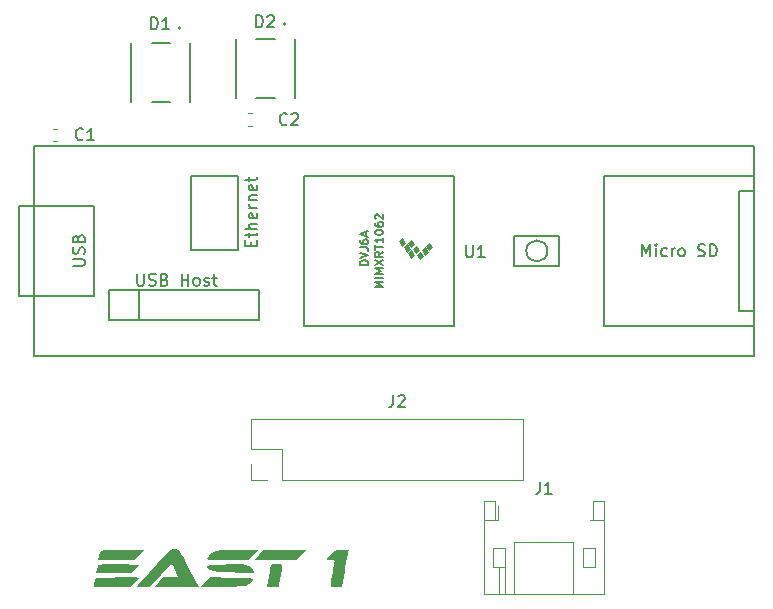
<source format=gbr>
%TF.GenerationSoftware,KiCad,Pcbnew,(6.0.7)*%
%TF.CreationDate,2023-03-09T00:32:03-05:00*%
%TF.ProjectId,board_4,626f6172-645f-4342-9e6b-696361645f70,rev?*%
%TF.SameCoordinates,Original*%
%TF.FileFunction,Legend,Top*%
%TF.FilePolarity,Positive*%
%FSLAX46Y46*%
G04 Gerber Fmt 4.6, Leading zero omitted, Abs format (unit mm)*
G04 Created by KiCad (PCBNEW (6.0.7)) date 2023-03-09 00:32:03*
%MOMM*%
%LPD*%
G01*
G04 APERTURE LIST*
%ADD10C,0.300000*%
%ADD11C,0.150000*%
%ADD12C,0.120000*%
%ADD13C,0.100000*%
%ADD14C,0.127000*%
%ADD15C,0.200000*%
G04 APERTURE END LIST*
D10*
%TO.C,*%
D11*
%TO.C,C2*%
X139533333Y-111863142D02*
X139485714Y-111910761D01*
X139342857Y-111958380D01*
X139247619Y-111958380D01*
X139104761Y-111910761D01*
X139009523Y-111815523D01*
X138961904Y-111720285D01*
X138914285Y-111529809D01*
X138914285Y-111386952D01*
X138961904Y-111196476D01*
X139009523Y-111101238D01*
X139104761Y-111006000D01*
X139247619Y-110958380D01*
X139342857Y-110958380D01*
X139485714Y-111006000D01*
X139533333Y-111053619D01*
X139914285Y-111053619D02*
X139961904Y-111006000D01*
X140057142Y-110958380D01*
X140295238Y-110958380D01*
X140390476Y-111006000D01*
X140438095Y-111053619D01*
X140485714Y-111148857D01*
X140485714Y-111244095D01*
X140438095Y-111386952D01*
X139866666Y-111958380D01*
X140485714Y-111958380D01*
%TO.C,U1*%
X154686095Y-122134380D02*
X154686095Y-122943904D01*
X154733714Y-123039142D01*
X154781333Y-123086761D01*
X154876571Y-123134380D01*
X155067047Y-123134380D01*
X155162285Y-123086761D01*
X155209904Y-123039142D01*
X155257523Y-122943904D01*
X155257523Y-122134380D01*
X156257523Y-123134380D02*
X155686095Y-123134380D01*
X155971809Y-123134380D02*
X155971809Y-122134380D01*
X155876571Y-122277238D01*
X155781333Y-122372476D01*
X155686095Y-122420095D01*
X146396666Y-123813333D02*
X145696666Y-123813333D01*
X145696666Y-123646666D01*
X145730000Y-123546666D01*
X145796666Y-123480000D01*
X145863333Y-123446666D01*
X145996666Y-123413333D01*
X146096666Y-123413333D01*
X146230000Y-123446666D01*
X146296666Y-123480000D01*
X146363333Y-123546666D01*
X146396666Y-123646666D01*
X146396666Y-123813333D01*
X145696666Y-123213333D02*
X146396666Y-122980000D01*
X145696666Y-122746666D01*
X145696666Y-122313333D02*
X146196666Y-122313333D01*
X146296666Y-122346666D01*
X146363333Y-122413333D01*
X146396666Y-122513333D01*
X146396666Y-122580000D01*
X145696666Y-121680000D02*
X145696666Y-121813333D01*
X145730000Y-121880000D01*
X145763333Y-121913333D01*
X145863333Y-121980000D01*
X145996666Y-122013333D01*
X146263333Y-122013333D01*
X146330000Y-121980000D01*
X146363333Y-121946666D01*
X146396666Y-121880000D01*
X146396666Y-121746666D01*
X146363333Y-121680000D01*
X146330000Y-121646666D01*
X146263333Y-121613333D01*
X146096666Y-121613333D01*
X146030000Y-121646666D01*
X145996666Y-121680000D01*
X145963333Y-121746666D01*
X145963333Y-121880000D01*
X145996666Y-121946666D01*
X146030000Y-121980000D01*
X146096666Y-122013333D01*
X146196666Y-121346666D02*
X146196666Y-121013333D01*
X146396666Y-121413333D02*
X145696666Y-121180000D01*
X146396666Y-120946666D01*
X147666666Y-125693333D02*
X146966666Y-125693333D01*
X147466666Y-125460000D01*
X146966666Y-125226666D01*
X147666666Y-125226666D01*
X147666666Y-124893333D02*
X146966666Y-124893333D01*
X147666666Y-124560000D02*
X146966666Y-124560000D01*
X147466666Y-124326666D01*
X146966666Y-124093333D01*
X147666666Y-124093333D01*
X146966666Y-123826666D02*
X147666666Y-123360000D01*
X146966666Y-123360000D02*
X147666666Y-123826666D01*
X147666666Y-122693333D02*
X147333333Y-122926666D01*
X147666666Y-123093333D02*
X146966666Y-123093333D01*
X146966666Y-122826666D01*
X147000000Y-122760000D01*
X147033333Y-122726666D01*
X147100000Y-122693333D01*
X147200000Y-122693333D01*
X147266666Y-122726666D01*
X147300000Y-122760000D01*
X147333333Y-122826666D01*
X147333333Y-123093333D01*
X146966666Y-122493333D02*
X146966666Y-122093333D01*
X147666666Y-122293333D02*
X146966666Y-122293333D01*
X147666666Y-121493333D02*
X147666666Y-121893333D01*
X147666666Y-121693333D02*
X146966666Y-121693333D01*
X147066666Y-121760000D01*
X147133333Y-121826666D01*
X147166666Y-121893333D01*
X146966666Y-121060000D02*
X146966666Y-120993333D01*
X147000000Y-120926666D01*
X147033333Y-120893333D01*
X147100000Y-120860000D01*
X147233333Y-120826666D01*
X147400000Y-120826666D01*
X147533333Y-120860000D01*
X147600000Y-120893333D01*
X147633333Y-120926666D01*
X147666666Y-120993333D01*
X147666666Y-121060000D01*
X147633333Y-121126666D01*
X147600000Y-121160000D01*
X147533333Y-121193333D01*
X147400000Y-121226666D01*
X147233333Y-121226666D01*
X147100000Y-121193333D01*
X147033333Y-121160000D01*
X147000000Y-121126666D01*
X146966666Y-121060000D01*
X146966666Y-120226666D02*
X146966666Y-120360000D01*
X147000000Y-120426666D01*
X147033333Y-120460000D01*
X147133333Y-120526666D01*
X147266666Y-120560000D01*
X147533333Y-120560000D01*
X147600000Y-120526666D01*
X147633333Y-120493333D01*
X147666666Y-120426666D01*
X147666666Y-120293333D01*
X147633333Y-120226666D01*
X147600000Y-120193333D01*
X147533333Y-120160000D01*
X147366666Y-120160000D01*
X147300000Y-120193333D01*
X147266666Y-120226666D01*
X147233333Y-120293333D01*
X147233333Y-120426666D01*
X147266666Y-120493333D01*
X147300000Y-120526666D01*
X147366666Y-120560000D01*
X147033333Y-119893333D02*
X147000000Y-119860000D01*
X146966666Y-119793333D01*
X146966666Y-119626666D01*
X147000000Y-119560000D01*
X147033333Y-119526666D01*
X147100000Y-119493333D01*
X147166666Y-119493333D01*
X147266666Y-119526666D01*
X147666666Y-119926666D01*
X147666666Y-119493333D01*
X169630952Y-123062380D02*
X169630952Y-122062380D01*
X169964285Y-122776666D01*
X170297619Y-122062380D01*
X170297619Y-123062380D01*
X170773809Y-123062380D02*
X170773809Y-122395714D01*
X170773809Y-122062380D02*
X170726190Y-122110000D01*
X170773809Y-122157619D01*
X170821428Y-122110000D01*
X170773809Y-122062380D01*
X170773809Y-122157619D01*
X171678571Y-123014761D02*
X171583333Y-123062380D01*
X171392857Y-123062380D01*
X171297619Y-123014761D01*
X171250000Y-122967142D01*
X171202380Y-122871904D01*
X171202380Y-122586190D01*
X171250000Y-122490952D01*
X171297619Y-122443333D01*
X171392857Y-122395714D01*
X171583333Y-122395714D01*
X171678571Y-122443333D01*
X172107142Y-123062380D02*
X172107142Y-122395714D01*
X172107142Y-122586190D02*
X172154761Y-122490952D01*
X172202380Y-122443333D01*
X172297619Y-122395714D01*
X172392857Y-122395714D01*
X172869047Y-123062380D02*
X172773809Y-123014761D01*
X172726190Y-122967142D01*
X172678571Y-122871904D01*
X172678571Y-122586190D01*
X172726190Y-122490952D01*
X172773809Y-122443333D01*
X172869047Y-122395714D01*
X173011904Y-122395714D01*
X173107142Y-122443333D01*
X173154761Y-122490952D01*
X173202380Y-122586190D01*
X173202380Y-122871904D01*
X173154761Y-122967142D01*
X173107142Y-123014761D01*
X173011904Y-123062380D01*
X172869047Y-123062380D01*
X174345238Y-123014761D02*
X174488095Y-123062380D01*
X174726190Y-123062380D01*
X174821428Y-123014761D01*
X174869047Y-122967142D01*
X174916666Y-122871904D01*
X174916666Y-122776666D01*
X174869047Y-122681428D01*
X174821428Y-122633809D01*
X174726190Y-122586190D01*
X174535714Y-122538571D01*
X174440476Y-122490952D01*
X174392857Y-122443333D01*
X174345238Y-122348095D01*
X174345238Y-122252857D01*
X174392857Y-122157619D01*
X174440476Y-122110000D01*
X174535714Y-122062380D01*
X174773809Y-122062380D01*
X174916666Y-122110000D01*
X175345238Y-123062380D02*
X175345238Y-122062380D01*
X175583333Y-122062380D01*
X175726190Y-122110000D01*
X175821428Y-122205238D01*
X175869047Y-122300476D01*
X175916666Y-122490952D01*
X175916666Y-122633809D01*
X175869047Y-122824285D01*
X175821428Y-122919523D01*
X175726190Y-123014761D01*
X175583333Y-123062380D01*
X175345238Y-123062380D01*
X121402380Y-123871904D02*
X122211904Y-123871904D01*
X122307142Y-123824285D01*
X122354761Y-123776666D01*
X122402380Y-123681428D01*
X122402380Y-123490952D01*
X122354761Y-123395714D01*
X122307142Y-123348095D01*
X122211904Y-123300476D01*
X121402380Y-123300476D01*
X122354761Y-122871904D02*
X122402380Y-122729047D01*
X122402380Y-122490952D01*
X122354761Y-122395714D01*
X122307142Y-122348095D01*
X122211904Y-122300476D01*
X122116666Y-122300476D01*
X122021428Y-122348095D01*
X121973809Y-122395714D01*
X121926190Y-122490952D01*
X121878571Y-122681428D01*
X121830952Y-122776666D01*
X121783333Y-122824285D01*
X121688095Y-122871904D01*
X121592857Y-122871904D01*
X121497619Y-122824285D01*
X121450000Y-122776666D01*
X121402380Y-122681428D01*
X121402380Y-122443333D01*
X121450000Y-122300476D01*
X121878571Y-121538571D02*
X121926190Y-121395714D01*
X121973809Y-121348095D01*
X122069047Y-121300476D01*
X122211904Y-121300476D01*
X122307142Y-121348095D01*
X122354761Y-121395714D01*
X122402380Y-121490952D01*
X122402380Y-121871904D01*
X121402380Y-121871904D01*
X121402380Y-121538571D01*
X121450000Y-121443333D01*
X121497619Y-121395714D01*
X121592857Y-121348095D01*
X121688095Y-121348095D01*
X121783333Y-121395714D01*
X121830952Y-121443333D01*
X121878571Y-121538571D01*
X121878571Y-121871904D01*
X126844676Y-124551580D02*
X126844676Y-125361104D01*
X126892295Y-125456342D01*
X126939914Y-125503961D01*
X127035152Y-125551580D01*
X127225628Y-125551580D01*
X127320866Y-125503961D01*
X127368485Y-125456342D01*
X127416104Y-125361104D01*
X127416104Y-124551580D01*
X127844676Y-125503961D02*
X127987533Y-125551580D01*
X128225628Y-125551580D01*
X128320866Y-125503961D01*
X128368485Y-125456342D01*
X128416104Y-125361104D01*
X128416104Y-125265866D01*
X128368485Y-125170628D01*
X128320866Y-125123009D01*
X128225628Y-125075390D01*
X128035152Y-125027771D01*
X127939914Y-124980152D01*
X127892295Y-124932533D01*
X127844676Y-124837295D01*
X127844676Y-124742057D01*
X127892295Y-124646819D01*
X127939914Y-124599200D01*
X128035152Y-124551580D01*
X128273247Y-124551580D01*
X128416104Y-124599200D01*
X129178009Y-125027771D02*
X129320866Y-125075390D01*
X129368485Y-125123009D01*
X129416104Y-125218247D01*
X129416104Y-125361104D01*
X129368485Y-125456342D01*
X129320866Y-125503961D01*
X129225628Y-125551580D01*
X128844676Y-125551580D01*
X128844676Y-124551580D01*
X129178009Y-124551580D01*
X129273247Y-124599200D01*
X129320866Y-124646819D01*
X129368485Y-124742057D01*
X129368485Y-124837295D01*
X129320866Y-124932533D01*
X129273247Y-124980152D01*
X129178009Y-125027771D01*
X128844676Y-125027771D01*
X130606580Y-125551580D02*
X130606580Y-124551580D01*
X130606580Y-125027771D02*
X131178009Y-125027771D01*
X131178009Y-125551580D02*
X131178009Y-124551580D01*
X131797057Y-125551580D02*
X131701819Y-125503961D01*
X131654200Y-125456342D01*
X131606580Y-125361104D01*
X131606580Y-125075390D01*
X131654200Y-124980152D01*
X131701819Y-124932533D01*
X131797057Y-124884914D01*
X131939914Y-124884914D01*
X132035152Y-124932533D01*
X132082771Y-124980152D01*
X132130390Y-125075390D01*
X132130390Y-125361104D01*
X132082771Y-125456342D01*
X132035152Y-125503961D01*
X131939914Y-125551580D01*
X131797057Y-125551580D01*
X132511342Y-125503961D02*
X132606580Y-125551580D01*
X132797057Y-125551580D01*
X132892295Y-125503961D01*
X132939914Y-125408723D01*
X132939914Y-125361104D01*
X132892295Y-125265866D01*
X132797057Y-125218247D01*
X132654200Y-125218247D01*
X132558961Y-125170628D01*
X132511342Y-125075390D01*
X132511342Y-125027771D01*
X132558961Y-124932533D01*
X132654200Y-124884914D01*
X132797057Y-124884914D01*
X132892295Y-124932533D01*
X133225628Y-124884914D02*
X133606580Y-124884914D01*
X133368485Y-124551580D02*
X133368485Y-125408723D01*
X133416104Y-125503961D01*
X133511342Y-125551580D01*
X133606580Y-125551580D01*
X136483571Y-122190542D02*
X136483571Y-121857209D01*
X137007380Y-121714352D02*
X137007380Y-122190542D01*
X136007380Y-122190542D01*
X136007380Y-121714352D01*
X136340714Y-121428638D02*
X136340714Y-121047685D01*
X136007380Y-121285780D02*
X136864523Y-121285780D01*
X136959761Y-121238161D01*
X137007380Y-121142923D01*
X137007380Y-121047685D01*
X137007380Y-120714352D02*
X136007380Y-120714352D01*
X137007380Y-120285780D02*
X136483571Y-120285780D01*
X136388333Y-120333400D01*
X136340714Y-120428638D01*
X136340714Y-120571495D01*
X136388333Y-120666733D01*
X136435952Y-120714352D01*
X136959761Y-119428638D02*
X137007380Y-119523876D01*
X137007380Y-119714352D01*
X136959761Y-119809590D01*
X136864523Y-119857209D01*
X136483571Y-119857209D01*
X136388333Y-119809590D01*
X136340714Y-119714352D01*
X136340714Y-119523876D01*
X136388333Y-119428638D01*
X136483571Y-119381019D01*
X136578809Y-119381019D01*
X136674047Y-119857209D01*
X137007380Y-118952447D02*
X136340714Y-118952447D01*
X136531190Y-118952447D02*
X136435952Y-118904828D01*
X136388333Y-118857209D01*
X136340714Y-118761971D01*
X136340714Y-118666733D01*
X136340714Y-118333400D02*
X137007380Y-118333400D01*
X136435952Y-118333400D02*
X136388333Y-118285780D01*
X136340714Y-118190542D01*
X136340714Y-118047685D01*
X136388333Y-117952447D01*
X136483571Y-117904828D01*
X137007380Y-117904828D01*
X136959761Y-117047685D02*
X137007380Y-117142923D01*
X137007380Y-117333400D01*
X136959761Y-117428638D01*
X136864523Y-117476257D01*
X136483571Y-117476257D01*
X136388333Y-117428638D01*
X136340714Y-117333400D01*
X136340714Y-117142923D01*
X136388333Y-117047685D01*
X136483571Y-117000066D01*
X136578809Y-117000066D01*
X136674047Y-117476257D01*
X136340714Y-116714352D02*
X136340714Y-116333400D01*
X136007380Y-116571495D02*
X136864523Y-116571495D01*
X136959761Y-116523876D01*
X137007380Y-116428638D01*
X137007380Y-116333400D01*
%TO.C,D2*%
X136929904Y-103665430D02*
X136929904Y-102665430D01*
X137168000Y-102665430D01*
X137310857Y-102713050D01*
X137406095Y-102808288D01*
X137453714Y-102903526D01*
X137501333Y-103094002D01*
X137501333Y-103236859D01*
X137453714Y-103427335D01*
X137406095Y-103522573D01*
X137310857Y-103617811D01*
X137168000Y-103665430D01*
X136929904Y-103665430D01*
X137882285Y-102760669D02*
X137929904Y-102713050D01*
X138025142Y-102665430D01*
X138263238Y-102665430D01*
X138358476Y-102713050D01*
X138406095Y-102760669D01*
X138453714Y-102855907D01*
X138453714Y-102951145D01*
X138406095Y-103094002D01*
X137834666Y-103665430D01*
X138453714Y-103665430D01*
%TO.C,C1*%
X122261333Y-113133142D02*
X122213714Y-113180761D01*
X122070857Y-113228380D01*
X121975619Y-113228380D01*
X121832761Y-113180761D01*
X121737523Y-113085523D01*
X121689904Y-112990285D01*
X121642285Y-112799809D01*
X121642285Y-112656952D01*
X121689904Y-112466476D01*
X121737523Y-112371238D01*
X121832761Y-112276000D01*
X121975619Y-112228380D01*
X122070857Y-112228380D01*
X122213714Y-112276000D01*
X122261333Y-112323619D01*
X123213714Y-113228380D02*
X122642285Y-113228380D01*
X122928000Y-113228380D02*
X122928000Y-112228380D01*
X122832761Y-112371238D01*
X122737523Y-112466476D01*
X122642285Y-112514095D01*
%TO.C,J2*%
X148510666Y-134834380D02*
X148510666Y-135548666D01*
X148463047Y-135691523D01*
X148367809Y-135786761D01*
X148224952Y-135834380D01*
X148129714Y-135834380D01*
X148939238Y-134929619D02*
X148986857Y-134882000D01*
X149082095Y-134834380D01*
X149320190Y-134834380D01*
X149415428Y-134882000D01*
X149463047Y-134929619D01*
X149510666Y-135024857D01*
X149510666Y-135120095D01*
X149463047Y-135262952D01*
X148891619Y-135834380D01*
X149510666Y-135834380D01*
%TO.C,D1*%
X128039904Y-103830380D02*
X128039904Y-102830380D01*
X128278000Y-102830380D01*
X128420857Y-102878000D01*
X128516095Y-102973238D01*
X128563714Y-103068476D01*
X128611333Y-103258952D01*
X128611333Y-103401809D01*
X128563714Y-103592285D01*
X128516095Y-103687523D01*
X128420857Y-103782761D01*
X128278000Y-103830380D01*
X128039904Y-103830380D01*
X129563714Y-103830380D02*
X128992285Y-103830380D01*
X129278000Y-103830380D02*
X129278000Y-102830380D01*
X129182761Y-102973238D01*
X129087523Y-103068476D01*
X128992285Y-103116095D01*
%TO.C,J1*%
X160956666Y-142178780D02*
X160956666Y-142893066D01*
X160909047Y-143035923D01*
X160813809Y-143131161D01*
X160670952Y-143178780D01*
X160575714Y-143178780D01*
X161956666Y-143178780D02*
X161385238Y-143178780D01*
X161670952Y-143178780D02*
X161670952Y-142178780D01*
X161575714Y-142321638D01*
X161480476Y-142416876D01*
X161385238Y-142464495D01*
%TO.C,*%
G36*
X134871219Y-150259889D02*
G01*
X135471283Y-150281069D01*
X135921983Y-150299799D01*
X136243220Y-150318548D01*
X136454893Y-150339784D01*
X136576900Y-150365975D01*
X136629140Y-150399587D01*
X136631514Y-150443090D01*
X136616548Y-150476336D01*
X136494846Y-150625551D01*
X136300385Y-150796095D01*
X136258715Y-150826866D01*
X136162867Y-150890497D01*
X136061282Y-150939078D01*
X135930225Y-150975025D01*
X135745959Y-151000753D01*
X135484749Y-151018678D01*
X135122861Y-151031215D01*
X134636557Y-151040781D01*
X134078377Y-151048773D01*
X132173377Y-151074293D01*
X132608386Y-150635938D01*
X133043396Y-150197584D01*
X134871219Y-150259889D01*
G37*
G36*
X144722998Y-148165754D02*
G01*
X144692889Y-148327585D01*
X144639049Y-148621301D01*
X144567817Y-149012146D01*
X144485534Y-149465365D01*
X144437248Y-149732047D01*
X144196043Y-151065508D01*
X143709210Y-151065547D01*
X143429364Y-151057439D01*
X143280898Y-151025441D01*
X143226321Y-150958133D01*
X143222377Y-150917253D01*
X143237670Y-150775567D01*
X143278979Y-150509751D01*
X143339449Y-150161789D01*
X143391710Y-149880254D01*
X143461495Y-149504541D01*
X143517305Y-149186039D01*
X143552389Y-148964385D01*
X143561043Y-148885588D01*
X143481977Y-148810591D01*
X143258591Y-148779971D01*
X143222377Y-148779587D01*
X143010236Y-148766205D01*
X142892306Y-148732777D01*
X142883710Y-148719292D01*
X142938587Y-148631325D01*
X143081005Y-148464345D01*
X143240005Y-148295959D01*
X143434938Y-148104897D01*
X143588814Y-147996350D01*
X143762145Y-147946993D01*
X144015443Y-147933504D01*
X144181921Y-147932921D01*
X144767543Y-147932921D01*
X144722998Y-148165754D01*
G37*
G36*
X136243742Y-148779587D02*
G01*
X134486383Y-148779587D01*
X133898514Y-148778726D01*
X133459421Y-148774952D01*
X133148548Y-148766478D01*
X132945343Y-148751518D01*
X132829252Y-148728284D01*
X132779719Y-148694991D01*
X132776191Y-148649852D01*
X132781844Y-148631421D01*
X132905428Y-148398614D01*
X133112045Y-148219941D01*
X133358710Y-148090695D01*
X133498643Y-148036594D01*
X133664461Y-147996489D01*
X133882609Y-147968349D01*
X134179534Y-147950140D01*
X134581680Y-147939830D01*
X135115495Y-147935388D01*
X135387527Y-147934780D01*
X137077678Y-147932921D01*
X136243742Y-148779587D01*
G37*
G36*
X125582025Y-147932921D02*
G01*
X127403595Y-147932921D01*
X126670043Y-148771963D01*
X123566255Y-148779587D01*
X123621637Y-148504421D01*
X123656231Y-148317210D01*
X123689160Y-148175801D01*
X123742293Y-148073816D01*
X123837496Y-148004882D01*
X123996637Y-147962624D01*
X124241584Y-147940666D01*
X124594205Y-147932634D01*
X125076366Y-147932152D01*
X125582025Y-147932921D01*
G37*
G36*
X126800712Y-150238304D02*
G01*
X126952642Y-150269034D01*
X126966377Y-150285959D01*
X126910371Y-150376586D01*
X126765044Y-150543528D01*
X126603338Y-150709292D01*
X126240300Y-151065587D01*
X124692633Y-151065587D01*
X124145352Y-151064523D01*
X123745441Y-151059891D01*
X123470943Y-151049534D01*
X123299901Y-151031293D01*
X123210359Y-151003011D01*
X123180359Y-150962529D01*
X123185135Y-150917421D01*
X123234842Y-150718688D01*
X123273795Y-150549668D01*
X123322286Y-150330083D01*
X124530498Y-150274812D01*
X125345484Y-150241762D01*
X125996162Y-150224664D01*
X126481562Y-150223513D01*
X126800712Y-150238304D01*
G37*
G36*
X138915869Y-149118874D02*
G01*
X139056155Y-149139826D01*
X139128567Y-149209750D01*
X139143110Y-149357285D01*
X139109786Y-149611072D01*
X139038599Y-149999749D01*
X139027137Y-150061401D01*
X138949132Y-150483519D01*
X138887833Y-150767421D01*
X138824032Y-150940372D01*
X138738518Y-151029638D01*
X138612084Y-151062484D01*
X138425519Y-151066175D01*
X138319657Y-151065587D01*
X137831015Y-151065587D01*
X137985584Y-150170300D01*
X138053314Y-149795921D01*
X138115746Y-149482770D01*
X138164899Y-149269122D01*
X138188595Y-149196633D01*
X138293766Y-149153068D01*
X138512562Y-149124609D01*
X138697707Y-149118254D01*
X138915869Y-149118874D01*
G37*
G36*
X125232164Y-149136479D02*
G01*
X125319291Y-149137580D01*
X127004392Y-149160587D01*
X126679199Y-149520421D01*
X126354006Y-149880254D01*
X123391531Y-149880254D01*
X123449876Y-149562754D01*
X123503337Y-149339529D01*
X123560843Y-149193709D01*
X123571205Y-149179914D01*
X123671534Y-149161039D01*
X123914475Y-149146612D01*
X124273346Y-149137279D01*
X124721469Y-149133686D01*
X125232164Y-149136479D01*
G37*
G36*
X140386043Y-148771963D02*
G01*
X138586877Y-148775775D01*
X138055542Y-148775072D01*
X137586425Y-148770950D01*
X137204113Y-148763918D01*
X136933197Y-148754479D01*
X136798263Y-148743141D01*
X136787710Y-148738741D01*
X136841692Y-148661129D01*
X136982346Y-148499561D01*
X137154197Y-148315407D01*
X137520683Y-147932921D01*
X141119595Y-147932921D01*
X140386043Y-148771963D01*
G37*
G36*
X130130159Y-147863896D02*
G01*
X130353516Y-147943397D01*
X130367801Y-147954087D01*
X130445798Y-148059581D01*
X130585805Y-148291480D01*
X130773820Y-148624874D01*
X130995844Y-149034853D01*
X131237874Y-149496507D01*
X131271998Y-149562754D01*
X132044405Y-151065587D01*
X128297111Y-151065587D01*
X128668910Y-150652969D01*
X129040710Y-150240351D01*
X130344938Y-150176587D01*
X130073824Y-149607823D01*
X129938106Y-149333910D01*
X129828123Y-149131734D01*
X129764762Y-149039317D01*
X129760377Y-149037257D01*
X129693275Y-149097158D01*
X129535318Y-149263792D01*
X129306203Y-149515630D01*
X129025627Y-149831141D01*
X128833393Y-150050521D01*
X127948742Y-151065587D01*
X127368092Y-151065587D01*
X127065085Y-151062860D01*
X126901933Y-151047719D01*
X126849169Y-151009723D01*
X126877327Y-150938432D01*
X126902887Y-150900765D01*
X127021451Y-150749754D01*
X127226055Y-150508046D01*
X127496490Y-150197919D01*
X127812548Y-149841650D01*
X128154019Y-149461518D01*
X128500696Y-149079798D01*
X128832368Y-148718771D01*
X129128828Y-148400711D01*
X129369866Y-148147899D01*
X129535275Y-147982610D01*
X129598965Y-147928681D01*
X129849178Y-147858017D01*
X130130159Y-147863896D01*
G37*
G36*
X135544444Y-149141572D02*
G01*
X135847282Y-149151499D01*
X135968095Y-149162721D01*
X136314686Y-149262175D01*
X136567576Y-149429572D01*
X136694382Y-149640615D01*
X136703043Y-149714219D01*
X136706084Y-149765703D01*
X136702660Y-149805506D01*
X136673956Y-149834356D01*
X136601153Y-149852977D01*
X136465434Y-149862096D01*
X136247982Y-149862440D01*
X135929979Y-149854735D01*
X135492609Y-149839706D01*
X134917054Y-149818080D01*
X134459377Y-149800809D01*
X133805385Y-149765018D01*
X133317501Y-149712608D01*
X132993275Y-149643138D01*
X132830255Y-149556165D01*
X132808377Y-149503200D01*
X132782300Y-149406191D01*
X132761561Y-149348770D01*
X132768462Y-149302433D01*
X132843108Y-149265872D01*
X133006392Y-149236337D01*
X133279203Y-149211079D01*
X133682433Y-149187348D01*
X134150008Y-149166041D01*
X134657670Y-149148913D01*
X135135194Y-149140733D01*
X135544444Y-149141572D01*
G37*
D12*
%TO.C,C2*%
X136530580Y-111990000D02*
X136249420Y-111990000D01*
X136530580Y-110970000D02*
X136249420Y-110970000D01*
D11*
%TO.C,U1*%
X153700000Y-116260000D02*
X141000000Y-116260000D01*
X118140000Y-131500000D02*
X118140000Y-113720000D01*
X124439200Y-125909200D02*
X126979200Y-125909200D01*
X158780000Y-123880000D02*
X158780000Y-121340000D01*
X141000000Y-116260000D02*
X141000000Y-128960000D01*
X141000000Y-128960000D02*
X153700000Y-128960000D01*
X177830000Y-127690000D02*
X179100000Y-127690000D01*
X116870000Y-126420000D02*
X116870000Y-118800000D01*
X135370000Y-116258400D02*
X131370000Y-116258400D01*
X123220000Y-126420000D02*
X123220000Y-118800000D01*
X124439200Y-128449200D02*
X124439200Y-125909200D01*
X135370000Y-122508400D02*
X135370000Y-116258400D01*
X126979200Y-125909200D02*
X126979200Y-128449200D01*
X137139200Y-125909200D02*
X137139200Y-128449200D01*
X116870000Y-118800000D02*
X118140000Y-118800000D01*
X166400000Y-128960000D02*
X179100000Y-128960000D01*
X124439200Y-125909200D02*
X137139200Y-125909200D01*
X118140000Y-113720000D02*
X179100000Y-113720000D01*
X123220000Y-118800000D02*
X118140000Y-118800000D01*
X179100000Y-131500000D02*
X118140000Y-131500000D01*
X177830000Y-117530000D02*
X177830000Y-127690000D01*
X179100000Y-117530000D02*
X177830000Y-117530000D01*
X153700000Y-128960000D02*
X153700000Y-116260000D01*
X131370000Y-116258400D02*
X131370000Y-116508400D01*
X158780000Y-121340000D02*
X162590000Y-121340000D01*
X131370000Y-116508400D02*
X131370000Y-122508400D01*
X162590000Y-123880000D02*
X158780000Y-123880000D01*
X123220000Y-126420000D02*
X118140000Y-126420000D01*
X179100000Y-116260000D02*
X166400000Y-116260000D01*
X179100000Y-113720000D02*
X179100000Y-131500000D01*
X166400000Y-116260000D02*
X166400000Y-128960000D01*
X131370000Y-122508400D02*
X135370000Y-122508400D01*
X137139200Y-128449200D02*
X124439200Y-128449200D01*
X118140000Y-126420000D02*
X116870000Y-126420000D01*
X162590000Y-121340000D02*
X162590000Y-123880000D01*
X161583026Y-122610000D02*
G75*
G03*
X161583026Y-122610000I-898026J0D01*
G01*
G36*
X151055000Y-123065000D02*
G01*
X150801000Y-123319000D01*
X150547000Y-122938000D01*
X150801000Y-122684000D01*
X151055000Y-123065000D01*
G37*
D13*
X151055000Y-123065000D02*
X150801000Y-123319000D01*
X150547000Y-122938000D01*
X150801000Y-122684000D01*
X151055000Y-123065000D01*
G36*
X151817000Y-122303000D02*
G01*
X151563000Y-122557000D01*
X151309000Y-122176000D01*
X151563000Y-121922000D01*
X151817000Y-122303000D01*
G37*
X151817000Y-122303000D02*
X151563000Y-122557000D01*
X151309000Y-122176000D01*
X151563000Y-121922000D01*
X151817000Y-122303000D01*
G36*
X149912000Y-122430000D02*
G01*
X149658000Y-122684000D01*
X149404000Y-122303000D01*
X149658000Y-122049000D01*
X149912000Y-122430000D01*
G37*
X149912000Y-122430000D02*
X149658000Y-122684000D01*
X149404000Y-122303000D01*
X149658000Y-122049000D01*
X149912000Y-122430000D01*
G36*
X150674000Y-122557000D02*
G01*
X150420000Y-122811000D01*
X150166000Y-122430000D01*
X150420000Y-122176000D01*
X150674000Y-122557000D01*
G37*
X150674000Y-122557000D02*
X150420000Y-122811000D01*
X150166000Y-122430000D01*
X150420000Y-122176000D01*
X150674000Y-122557000D01*
G36*
X150293000Y-122938000D02*
G01*
X150039000Y-123192000D01*
X149785000Y-122811000D01*
X150039000Y-122557000D01*
X150293000Y-122938000D01*
G37*
X150293000Y-122938000D02*
X150039000Y-123192000D01*
X149785000Y-122811000D01*
X150039000Y-122557000D01*
X150293000Y-122938000D01*
G36*
X150293000Y-122049000D02*
G01*
X150039000Y-122303000D01*
X149785000Y-121922000D01*
X150039000Y-121668000D01*
X150293000Y-122049000D01*
G37*
X150293000Y-122049000D02*
X150039000Y-122303000D01*
X149785000Y-121922000D01*
X150039000Y-121668000D01*
X150293000Y-122049000D01*
G36*
X151436000Y-122684000D02*
G01*
X151182000Y-122938000D01*
X150928000Y-122557000D01*
X151182000Y-122303000D01*
X151436000Y-122684000D01*
G37*
X151436000Y-122684000D02*
X151182000Y-122938000D01*
X150928000Y-122557000D01*
X151182000Y-122303000D01*
X151436000Y-122684000D01*
G36*
X149531000Y-121922000D02*
G01*
X149277000Y-122176000D01*
X149023000Y-121795000D01*
X149277000Y-121541000D01*
X149531000Y-121922000D01*
G37*
X149531000Y-121922000D02*
X149277000Y-122176000D01*
X149023000Y-121795000D01*
X149277000Y-121541000D01*
X149531000Y-121922000D01*
D14*
%TO.C,D2*%
X136933500Y-109662550D02*
X138506500Y-109662550D01*
X140220000Y-109662550D02*
X140220000Y-104662550D01*
X136933500Y-104662550D02*
X138506500Y-104662550D01*
X135220000Y-104662550D02*
X135220000Y-109662550D01*
D15*
X139420000Y-103412550D02*
G75*
G03*
X139420000Y-103412550I-100000J0D01*
G01*
D12*
%TO.C,C1*%
X119747420Y-112266000D02*
X120028580Y-112266000D01*
X119747420Y-113286000D02*
X120028580Y-113286000D01*
%TO.C,J2*%
X136510000Y-136810000D02*
X159490000Y-136810000D01*
X159490000Y-142010000D02*
X159490000Y-136810000D01*
X139110000Y-142010000D02*
X159490000Y-142010000D01*
X136510000Y-142010000D02*
X136510000Y-140680000D01*
X139110000Y-142010000D02*
X139110000Y-139410000D01*
X139110000Y-139410000D02*
X136510000Y-139410000D01*
X136510000Y-139410000D02*
X136510000Y-136810000D01*
X137840000Y-142010000D02*
X136510000Y-142010000D01*
D14*
%TO.C,D1*%
X131350000Y-109980000D02*
X131350000Y-104980000D01*
X128063500Y-109980000D02*
X129636500Y-109980000D01*
X126350000Y-104980000D02*
X126350000Y-109980000D01*
X128063500Y-104980000D02*
X129636500Y-104980000D01*
D15*
X130550000Y-103730000D02*
G75*
G03*
X130550000Y-103730000I-100000J0D01*
G01*
D12*
%TO.C,J1*%
X165590000Y-149376400D02*
X164590000Y-149376400D01*
X158790000Y-147276400D02*
X163790000Y-147276400D01*
X163790000Y-147276400D02*
X163790000Y-151636400D01*
X156230000Y-143816400D02*
X156230000Y-151636400D01*
X157990000Y-147776400D02*
X156990000Y-147776400D01*
X157990000Y-149376400D02*
X157990000Y-151636400D01*
X166350000Y-151636400D02*
X166350000Y-143816400D01*
X157150000Y-143816400D02*
X156230000Y-143816400D01*
X165430000Y-145416400D02*
X165150000Y-145416400D01*
X166350000Y-143816400D02*
X165430000Y-143816400D01*
X166350000Y-145416400D02*
X165430000Y-145416400D01*
X157430000Y-145416400D02*
X157150000Y-145416400D01*
X164590000Y-147776400D02*
X165590000Y-147776400D01*
X156230000Y-145416400D02*
X157150000Y-145416400D01*
X157430000Y-145416400D02*
X157430000Y-144201400D01*
X165430000Y-143816400D02*
X165430000Y-145416400D01*
X156230000Y-151636400D02*
X166350000Y-151636400D01*
X157150000Y-145416400D02*
X157150000Y-143816400D01*
X157490000Y-149376400D02*
X157490000Y-151636400D01*
X157990000Y-149376400D02*
X157990000Y-147776400D01*
X156990000Y-147776400D02*
X156990000Y-149376400D01*
X158790000Y-151636400D02*
X158790000Y-147276400D01*
X164590000Y-149376400D02*
X164590000Y-147776400D01*
X165590000Y-147776400D02*
X165590000Y-149376400D01*
X156990000Y-149376400D02*
X157990000Y-149376400D01*
%TD*%
M02*

</source>
